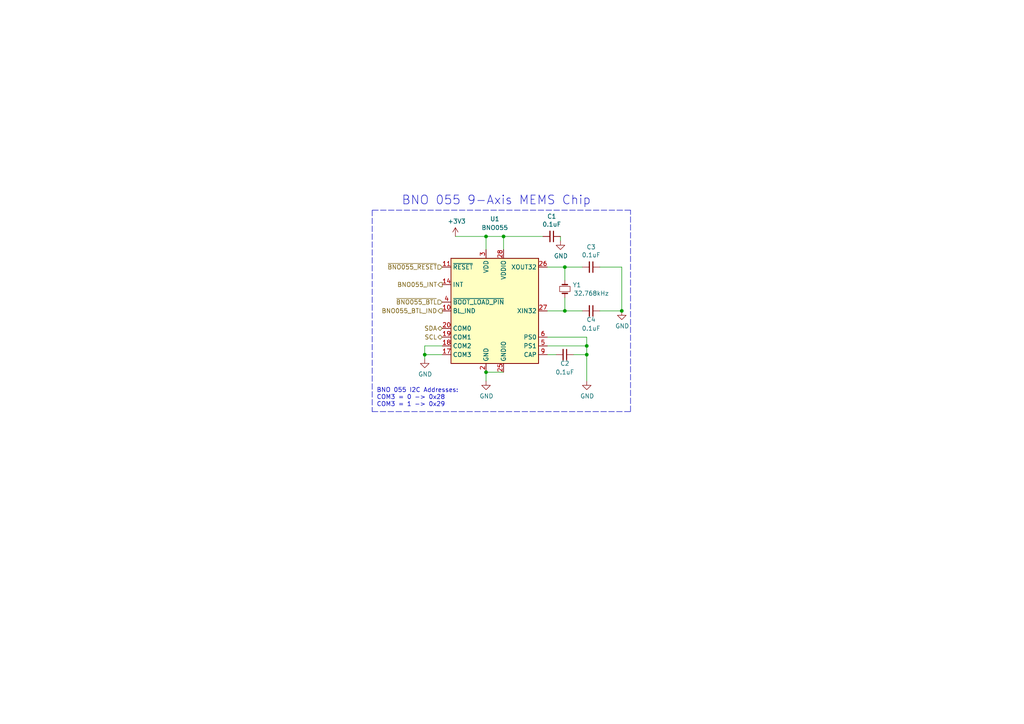
<source format=kicad_sch>
(kicad_sch (version 20211123) (generator eeschema)
  (paper "A4")
  (title_block (title "ICM-20948 MEMS Chip") (date "2021-12-06") (rev "v1.0.4") (company "Missouri S&T Rocket Design Team '21 (Thomas Francois)") (comment 1 "https://github.com/MSTRocketDesignTeam/Avionics-Data-Collection-PCB") (comment 2 "Intended as initial pre-production design") (comment 3 "Schematic depicting logical connections between components"))
  (lib_symbols
    (symbol "Data_Collection_KiCAD_Project-rescue:+3.3V-power-Data_Collection_KiCAD_Project-rescue" (power) (pin_names (offset 0))
      (property "Value" "Data_Collection_KiCAD_Project-rescue_+3.3V-power-Data_Collection_KiCAD_Project-rescue" (at 0 3.556 0))
      (symbol "+3.3V-power-Data_Collection_KiCAD_Project-rescue_0_1"
        (polyline (pts (xy -0.762 1.27) (xy 0 2.54)))
        (polyline (pts (xy 0 0) (xy 0 2.54)))
        (polyline (pts (xy 0 2.54) (xy 0.762 1.27)))
      )
      (symbol "+3.3V-power-Data_Collection_KiCAD_Project-rescue_1_1"
        (pin power_in line (at 0 0 90) (length 0) hide (name "+3V3") (number "1"))
      )
    )
    (symbol "Data_Collection_KiCAD_Project-rescue:BNO055-Sensor_Motion-Data_Collection_KiCAD_Project-rescue"
      (property "Reference" "U" (at -11.43 16.51 0))
      (property "Value" "Data_Collection_KiCAD_Project-rescue_BNO055-Sensor_Motion-Data_Collection_KiCAD_Project-rescue" (at 12.7 16.51 0))
      (symbol "BNO055-Sensor_Motion-Data_Collection_KiCAD_Project-rescue_0_1"
        (rectangle (start -12.7 15.24) (end 12.7 -15.24) (stroke (width 0.254)) (fill (type background)))
      )
      (symbol "BNO055-Sensor_Motion-Data_Collection_KiCAD_Project-rescue_1_1"
        (pin no_connect line (at -12.7 10.16 0) (length 2.54) hide (name "PIN1") (number "1"))
        (pin output line (at -15.24 0 0) (length 2.54) (name "BL_IND") (number "10"))
        (pin input line (at -15.24 12.7 0) (length 2.54) (name "~{RESET}") (number "11"))
        (pin no_connect line (at 12.7 10.16 180) (length 2.54) hide (name "PIN12") (number "12"))
        (pin no_connect line (at 12.7 7.62 180) (length 2.54) hide (name "PIN13") (number "13"))
        (pin output line (at -15.24 7.62 0) (length 2.54) (name "INT") (number "14"))
        (pin passive line (at 2.54 -17.78 90) (length 2.54) hide (name "GNDIO") (number "15"))
        (pin passive line (at 2.54 -17.78 90) (length 2.54) hide (name "GNDIO") (number "16"))
        (pin input line (at -15.24 -12.7 0) (length 2.54) (name "COM3") (number "17"))
        (pin bidirectional line (at -15.24 -10.16 0) (length 2.54) (name "COM2") (number "18"))
        (pin bidirectional line (at -15.24 -7.62 0) (length 2.54) (name "COM1") (number "19"))
        (pin power_in line (at -2.54 -17.78 90) (length 2.54) (name "GND") (number "2"))
        (pin bidirectional line (at -15.24 -5.08 0) (length 2.54) (name "COM0") (number "20"))
        (pin no_connect line (at 12.7 5.08 180) (length 2.54) hide (name "PIN21") (number "21"))
        (pin no_connect line (at 12.7 2.54 180) (length 2.54) hide (name "PIN22") (number "22"))
        (pin no_connect line (at 12.7 -2.54 180) (length 2.54) hide (name "PIN23") (number "23"))
        (pin no_connect line (at 12.7 -5.08 180) (length 2.54) hide (name "PIN24") (number "24"))
        (pin power_in line (at 2.54 -17.78 90) (length 2.54) (name "GNDIO") (number "25"))
        (pin output line (at 15.24 12.7 180) (length 2.54) (name "XOUT32") (number "26"))
        (pin input line (at 15.24 0 180) (length 2.54) (name "XIN32") (number "27"))
        (pin power_in line (at 2.54 17.78 270) (length 2.54) (name "VDDIO") (number "28"))
        (pin power_in line (at -2.54 17.78 270) (length 2.54) (name "VDD") (number "3"))
        (pin input line (at -15.24 2.54 0) (length 2.54) (name "~{BOOT_LOAD_PIN}") (number "4"))
        (pin input line (at 15.24 -10.16 180) (length 2.54) (name "PS1") (number "5"))
        (pin input line (at 15.24 -7.62 180) (length 2.54) (name "PS0") (number "6"))
        (pin no_connect line (at -12.7 5.08 0) (length 2.54) hide (name "PIN7") (number "7"))
        (pin no_connect line (at -12.7 -2.54 0) (length 2.54) hide (name "PIN8") (number "8"))
        (pin passive line (at 15.24 -12.7 180) (length 2.54) (name "CAP") (number "9"))
      )
    )
    (symbol "Data_Collection_KiCAD_Project-rescue:C_Small-Device-Data_Collection_KiCAD_Project-rescue" (pin_numbers hide) (pin_names (offset 0.254) hide)
      (property "Reference" "C" (at 0.254 1.778 0))
      (property "Value" "Data_Collection_KiCAD_Project-rescue_C_Small-Device-Data_Collection_KiCAD_Project-rescue" (at 0.254 -2.032 0))
      (symbol "C_Small-Device-Data_Collection_KiCAD_Project-rescue_0_1"
        (polyline (pts (xy -1.524 -0.508) (xy 1.524 -0.508)) (stroke (width 0.3302)))
        (polyline (pts (xy -1.524 0.508) (xy 1.524 0.508)) (stroke (width 0.3048)))
      )
      (symbol "C_Small-Device-Data_Collection_KiCAD_Project-rescue_1_1"
        (pin passive line (at 0 2.54 270) (length 2.032) (name "~") (number "1"))
        (pin passive line (at 0 -2.54 90) (length 2.032) (name "~") (number "2"))
      )
    )
    (symbol "Data_Collection_KiCAD_Project-rescue:Crystal_Small-Device-Data_Collection_KiCAD_Project-rescue" (pin_numbers hide) (pin_names (offset 1.016) hide)
      (property "Reference" "Y" (at 0 2.54 0))
      (property "Value" "Data_Collection_KiCAD_Project-rescue_Crystal_Small-Device-Data_Collection_KiCAD_Project-rescue" (at 0 -2.54 0))
      (symbol "Crystal_Small-Device-Data_Collection_KiCAD_Project-rescue_0_1"
        (rectangle (start -0.762 -1.524) (end 0.762 1.524))
        (polyline (pts (xy -1.27 -0.762) (xy -1.27 0.762)) (stroke (width 0.381)))
        (polyline (pts (xy 1.27 -0.762) (xy 1.27 0.762)) (stroke (width 0.381)))
      )
      (symbol "Crystal_Small-Device-Data_Collection_KiCAD_Project-rescue_1_1"
        (pin passive line (at -2.54 0 0) (length 1.27) (name "1") (number "1"))
        (pin passive line (at 2.54 0 180) (length 1.27) (name "2") (number "2"))
      )
    )
    (symbol "Data_Collection_KiCAD_Project-rescue:GND-power-Data_Collection_KiCAD_Project-rescue" (power) (pin_names (offset 0))
      (property "Value" "Data_Collection_KiCAD_Project-rescue_GND-power-Data_Collection_KiCAD_Project-rescue" (at 0 -3.81 0))
      (symbol "GND-power-Data_Collection_KiCAD_Project-rescue_0_1"
        (polyline (pts (xy 0 0) (xy 0 -1.27) (xy 1.27 -1.27) (xy 0 -2.54) (xy -1.27 -1.27) (xy 0 -1.27)))
      )
      (symbol "GND-power-Data_Collection_KiCAD_Project-rescue_1_1"
        (pin power_in line (at 0 0 270) (length 0) hide (name "GND") (number "1"))
      )
    )
  )
  (junction (at 180.34 90.17))
  (junction (at 163.83 77.47))
  (junction (at 140.97 107.95))
  (junction (at 140.97 68.58))
  (junction (at 170.18 102.87))
  (junction (at 146.05 68.58))
  (junction (at 123.19 102.87))
  (junction (at 163.83 90.17))
  (junction (at 170.18 100.33))
  (polyline (pts (xy 182.88 119.38) (xy 182.88 60.96)))
  (wire (pts (xy 170.18 110.49) (xy 170.18 102.87)))
  (wire (pts (xy 123.19 102.87) (xy 123.19 104.14)))
  (wire (pts (xy 170.18 100.33) (xy 170.18 97.79)))
  (wire (pts (xy 146.05 68.58) (xy 140.97 68.58)))
  (wire (pts (xy 163.83 77.47) (xy 163.83 81.28)))
  (wire (pts (xy 128.27 100.33) (xy 123.19 100.33)))
  (wire (pts (xy 163.83 90.17) (xy 168.91 90.17)))
  (wire (pts (xy 162.56 68.58) (xy 162.56 69.85)))
  (wire (pts (xy 140.97 68.58) (xy 132.08 68.58)))
  (wire (pts (xy 128.27 102.87) (xy 123.19 102.87)))
  (wire (pts (xy 140.97 107.95) (xy 146.05 107.95)))
  (polyline (pts (xy 107.95 119.38) (xy 182.88 119.38)))
  (wire (pts (xy 180.34 90.17) (xy 180.34 77.47)))
  (polyline (pts (xy 182.88 60.96) (xy 107.95 60.96)))
  (wire (pts (xy 158.75 77.47) (xy 163.83 77.47)))
  (wire (pts (xy 166.37 102.87) (xy 170.18 102.87)))
  (wire (pts (xy 146.05 72.39) (xy 146.05 68.58)))
  (polyline (pts (xy 107.95 60.96) (xy 107.95 119.38)))
  (wire (pts (xy 173.99 90.17) (xy 180.34 90.17)))
  (wire (pts (xy 123.19 100.33) (xy 123.19 102.87)))
  (wire (pts (xy 140.97 68.58) (xy 140.97 72.39)))
  (wire (pts (xy 180.34 77.47) (xy 173.99 77.47)))
  (wire (pts (xy 158.75 97.79) (xy 170.18 97.79)))
  (wire (pts (xy 163.83 90.17) (xy 163.83 86.36)))
  (wire (pts (xy 158.75 100.33) (xy 170.18 100.33)))
  (wire (pts (xy 157.48 68.58) (xy 146.05 68.58)))
  (wire (pts (xy 163.83 77.47) (xy 168.91 77.47)))
  (wire (pts (xy 158.75 102.87) (xy 161.29 102.87)))
  (wire (pts (xy 158.75 90.17) (xy 163.83 90.17)))
  (wire (pts (xy 170.18 102.87) (xy 170.18 100.33)))
  (wire (pts (xy 140.97 110.49) (xy 140.97 107.95)))
  (text "BNO 055 I2C Addresses:\nCOM3 = 0 -> 0x28\nCOM3 = 1 -> 0x29" (at 109.22 118.11 0) (effects (font (size 1.27 1.27)) (justify left bottom)))
  (text "BNO 055 9-Axis MEMS Chip" (at 171.45 59.69 180) (effects (font (size 2.54 2.54)) (justify right bottom)))
  (hierarchical_label "SCL" (shape bidirectional) (at 128.27 97.79 180))
  (hierarchical_label "BNO055_BTL_IND" (shape output) (at 128.27 90.17 180))
  (hierarchical_label "~{BNO055_RESET}" (shape input) (at 128.27 77.47 180))
  (hierarchical_label "~{BNO055_BTL}" (shape input) (at 128.27 87.63 180))
  (hierarchical_label "SDA" (shape bidirectional) (at 128.27 95.25 180))
  (hierarchical_label "BNO055_INT" (shape output) (at 128.27 82.55 180))
  (symbol (lib_id "Data_Collection_KiCAD_Project-rescue:BNO055-Sensor_Motion-Data_Collection_KiCAD_Project-rescue") (at 143.51 90.17 0)
    (property "Reference" "U1" (at 143.51 63.5 0))
    (property "Value" "BNO055" (at 143.51 66.04 0))
    (property "Footprint" "Package_LGA:LGA-28_5.2x3.8mm_P0.5mm" (effects hide))
    (property "Datasheet" "https://www.bosch-sensortec.com/media/boschsensortec/downloads/datasheets/bst-bno055-ds000.pdf" (effects hide))
    (property "Digikey" "https://www.digikey.com/en/products/detail/bosch-sensortec/BNO055/6136301" (effects hide))
  )
  (symbol (lib_id "Data_Collection_KiCAD_Project-rescue:+3.3V-power-Data_Collection_KiCAD_Project-rescue") (at 132.08 68.58 0)
    (property "Reference" "#PWR013" (effects hide))
    (property "Value" "+3.3V" (at 132.461 64.1858 0))
  )
  (symbol (lib_id "Data_Collection_KiCAD_Project-rescue:GND-power-Data_Collection_KiCAD_Project-rescue") (at 162.56 69.85 0) (unit 1)
    (property "Reference" "#PWR015" (effects hide))
    (property "Value" "GND" (at 162.687 74.2442 0))
  )
  (symbol (lib_id "Data_Collection_KiCAD_Project-rescue:GND-power-Data_Collection_KiCAD_Project-rescue") (at 140.97 110.49 0) (unit 1)
    (property "Reference" "#PWR014" (effects hide))
    (property "Value" "GND" (at 141.097 114.8842 0))
  )
  (symbol (lib_id "Data_Collection_KiCAD_Project-rescue:Crystal_Small-Device-Data_Collection_KiCAD_Project-rescue") (at 163.83 83.82 270) (unit 1)
    (property "Reference" "Y1" (at 166.0652 82.6516 90) (effects (justify left)))
    (property "Value" "32.768kHz" (at 166.37 85.09 90) (effects (justify left)))
    (property "Footprint" "RDT_Custom_Footprints:XTAL_ABM7-32.000MHZ-D2Y-T" (effects hide))
  )
  (symbol (lib_id "Data_Collection_KiCAD_Project-rescue:C_Small-Device-Data_Collection_KiCAD_Project-rescue") (at 160.02 68.58 270)
    (property "Reference" "C1" (at 160.02 62.7634 90))
    (property "Value" "0.1uF" (at 160.02 65.0748 90))
    (property "Footprint" "Capacitor_SMD:C_0603_1608Metric_Pad1.08x0.95mm_HandSolder" (effects hide))
  )
  (symbol (lib_id "Data_Collection_KiCAD_Project-rescue:C_Small-Device-Data_Collection_KiCAD_Project-rescue") (at 171.45 77.47 270)
    (property "Reference" "C3" (at 171.45 71.6534 90))
    (property "Value" "0.1uF" (at 171.45 73.9648 90))
    (property "Footprint" "Capacitor_SMD:C_0603_1608Metric_Pad1.08x0.95mm_HandSolder" (effects hide))
  )
  (symbol (lib_id "Data_Collection_KiCAD_Project-rescue:C_Small-Device-Data_Collection_KiCAD_Project-rescue") (at 171.45 90.17 270)
    (property "Reference" "C4" (at 171.45 92.71 90))
    (property "Value" "0.1uF" (at 171.45 95.25 90))
    (property "Footprint" "Capacitor_SMD:C_0603_1608Metric_Pad1.08x0.95mm_HandSolder" (effects hide))
  )
  (symbol (lib_id "Data_Collection_KiCAD_Project-rescue:GND-power-Data_Collection_KiCAD_Project-rescue") (at 180.34 90.17 0) (unit 1)
    (property "Reference" "#PWR017" (effects hide))
    (property "Value" "GND" (at 180.467 94.5642 0))
  )
  (symbol (lib_id "Data_Collection_KiCAD_Project-rescue:GND-power-Data_Collection_KiCAD_Project-rescue") (at 123.19 104.14 0) (unit 1)
    (property "Reference" "#PWR012" (effects hide))
    (property "Value" "GND" (at 123.317 108.5342 0))
  )
  (symbol (lib_id "Data_Collection_KiCAD_Project-rescue:GND-power-Data_Collection_KiCAD_Project-rescue") (at 170.18 110.49 0) (unit 1)
    (property "Reference" "#PWR016" (effects hide))
    (property "Value" "GND" (at 170.307 114.8842 0))
  )
  (symbol (lib_id "Data_Collection_KiCAD_Project-rescue:C_Small-Device-Data_Collection_KiCAD_Project-rescue") (at 163.83 102.87 270)
    (property "Reference" "C2" (at 163.83 105.41 90))
    (property "Value" "0.1uF" (at 163.83 107.95 90))
    (property "Footprint" "Capacitor_SMD:C_0603_1608Metric_Pad1.08x0.95mm_HandSolder" (effects hide))
  )
)
</source>
